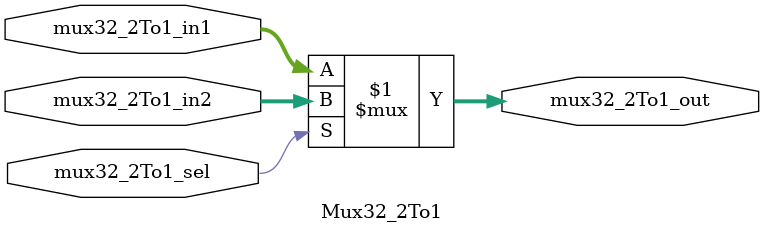
<source format=v>
module Mux32_2To1
	(
		input [31:0] mux32_2To1_in1,
		input [31:0] mux32_2To1_in2,
		input mux32_2To1_sel,
		output [31:0] mux32_2To1_out
	);

	assign mux32_2To1_out = mux32_2To1_sel ? mux32_2To1_in2 : mux32_2To1_in1;

endmodule // Mux32_2To1
</source>
